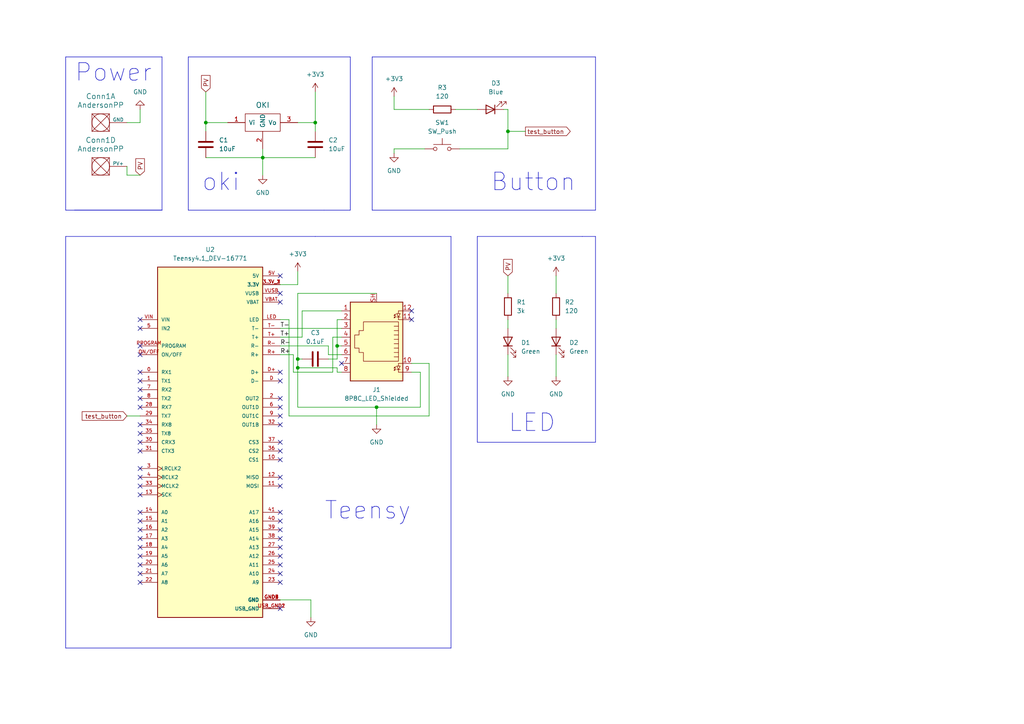
<source format=kicad_sch>
(kicad_sch (version 20230121) (generator eeschema)
  (paper "A4")
  (lib_symbols
    (symbol "Connector:8P8C_LED_Shielded" (pin_names (offset 1.016))
      (property "Reference" "J" (at -5.08 13.97 0))
      (property "Value" "8P8C_LED_Shielded" (at 1.27 13.97 0))
      (symbol "8P8C_LED_Shielded_0_1"
        (polyline (pts (xy -7.62 -7.62) (xy -6.35 -7.62)))
        (polyline (pts (xy -7.62 -5.08) (xy -6.35 -5.08)))
        (polyline (pts (xy -7.62 7.62) (xy -6.35 7.62)))
        (polyline (pts (xy -7.62 10.16) (xy -6.35 10.16)))
        (polyline (pts (xy -6.858 -5.842) (xy -5.842 -5.842)))
        (polyline (pts (xy -6.858 9.398) (xy -5.842 9.398)))
        (polyline (pts (xy -6.35 -7.62) (xy -6.35 -6.858)))
        (polyline (pts (xy -6.35 -5.08) (xy -6.35 -5.842)))
        (polyline (pts (xy -6.35 7.62) (xy -6.35 8.382)))
        (polyline (pts (xy -6.35 10.16) (xy -6.35 9.398)))
        (polyline (pts (xy -5.08 -6.223) (xy -5.207 -6.604)))
        (polyline (pts (xy -5.08 -5.588) (xy -5.207 -5.969)))
        (polyline (pts (xy -5.08 4.445) (xy -6.35 4.445)))
        (polyline (pts (xy -5.08 5.715) (xy -6.35 5.715)))
        (polyline (pts (xy -5.08 9.017) (xy -5.207 8.636)))
        (polyline (pts (xy -5.08 9.652) (xy -5.207 9.271)))
        (polyline (pts (xy -6.35 -3.175) (xy -5.08 -3.175) (xy -5.08 -3.175)))
        (polyline (pts (xy -6.35 -1.905) (xy -5.08 -1.905) (xy -5.08 -1.905)))
        (polyline (pts (xy -6.35 -0.635) (xy -5.08 -0.635) (xy -5.08 -0.635)))
        (polyline (pts (xy -6.35 0.635) (xy -5.08 0.635) (xy -5.08 0.635)))
        (polyline (pts (xy -6.35 1.905) (xy -5.08 1.905) (xy -5.08 1.905)))
        (polyline (pts (xy -5.588 -6.731) (xy -5.08 -6.223) (xy -5.461 -6.35)))
        (polyline (pts (xy -5.588 -6.096) (xy -5.08 -5.588) (xy -5.461 -5.715)))
        (polyline (pts (xy -5.588 8.509) (xy -5.08 9.017) (xy -5.461 8.89)))
        (polyline (pts (xy -5.588 9.144) (xy -5.08 9.652) (xy -5.461 9.525)))
        (polyline (pts (xy -5.08 3.175) (xy -6.35 3.175) (xy -6.35 3.175)))
        (polyline (pts (xy -6.35 -5.842) (xy -6.858 -6.858) (xy -5.842 -6.858) (xy -6.35 -5.842)))
        (polyline (pts (xy -6.35 9.398) (xy -6.858 8.382) (xy -5.842 8.382) (xy -6.35 9.398)))
        (polyline (pts (xy -6.35 -4.445) (xy -6.35 6.985) (xy 3.81 6.985) (xy 3.81 4.445) (xy 5.08 4.445) (xy 5.08 3.175) (xy 6.35 3.175) (xy 6.35 -0.635) (xy 5.08 -0.635) (xy 5.08 -1.905) (xy 3.81 -1.905) (xy 3.81 -4.445) (xy -6.35 -4.445) (xy -6.35 -4.445)))
        (rectangle (start 7.62 12.7) (end -7.62 -10.16) (stroke (width 0.254)) (fill (type background)))
      )
      (symbol "8P8C_LED_Shielded_1_1"
        (pin passive line (at 10.16 -7.62 180) (length 2.54) (name "~") (number "1"))
        (pin passive line (at -10.16 7.62 0) (length 2.54) (name "~") (number "10"))
        (pin passive line (at -10.16 -5.08 0) (length 2.54) (name "~") (number "11"))
        (pin passive line (at -10.16 -7.62 0) (length 2.54) (name "~") (number "12"))
        (pin passive line (at 10.16 -5.08 180) (length 2.54) (name "~") (number "2"))
        (pin passive line (at 10.16 -2.54 180) (length 2.54) (name "~") (number "3"))
        (pin passive line (at 10.16 0 180) (length 2.54) (name "~") (number "4"))
        (pin passive line (at 10.16 2.54 180) (length 2.54) (name "~") (number "5"))
        (pin passive line (at 10.16 5.08 180) (length 2.54) (name "~") (number "6"))
        (pin passive line (at 10.16 7.62 180) (length 2.54) (name "~") (number "7"))
        (pin passive line (at 10.16 10.16 180) (length 2.54) (name "~") (number "8"))
        (pin passive line (at -10.16 10.16 0) (length 2.54) (name "~") (number "9"))
        (pin passive line (at 0 -12.7 90) (length 2.54) (name "~") (number "SH"))
      )
    )
    (symbol "Device:C" (pin_numbers hide) (pin_names (offset 0.254))
      (property "Reference" "C" (at 0.635 2.54 0))
      (property "Value" "C" (at 0.635 -2.54 0))
      (symbol "C_0_1"
        (polyline (pts (xy -2.032 -0.762) (xy 2.032 -0.762)) (stroke (width 0.508)))
        (polyline (pts (xy -2.032 0.762) (xy 2.032 0.762)) (stroke (width 0.508)))
      )
      (symbol "C_1_1"
        (pin passive line (at 0 3.81 270) (length 2.794) (name "~") (number "1"))
        (pin passive line (at 0 -3.81 90) (length 2.794) (name "~") (number "2"))
      )
    )
    (symbol "Device:LED" (pin_numbers hide) (pin_names (offset 1.016) hide)
      (property "Reference" "D" (at 0 2.54 0))
      (property "Value" "LED" (at 0 -2.54 0))
      (symbol "LED_0_1"
        (polyline (pts (xy -1.27 -1.27) (xy -1.27 1.27)) (stroke (width 0.254)))
        (polyline (pts (xy -1.27 0) (xy 1.27 0)))
        (polyline (pts (xy 1.27 -1.27) (xy 1.27 1.27) (xy -1.27 0) (xy 1.27 -1.27)) (stroke (width 0.254)))
        (polyline (pts (xy -3.048 -0.762) (xy -4.572 -2.286) (xy -3.81 -2.286) (xy -4.572 -2.286) (xy -4.572 -1.524)))
        (polyline (pts (xy -1.778 -0.762) (xy -3.302 -2.286) (xy -2.54 -2.286) (xy -3.302 -2.286) (xy -3.302 -1.524)))
      )
      (symbol "LED_1_1"
        (pin passive line (at -3.81 0 0) (length 2.54) (name "K") (number "1"))
        (pin passive line (at 3.81 0 180) (length 2.54) (name "A") (number "2"))
      )
    )
    (symbol "Device:R" (pin_numbers hide) (pin_names (offset 0))
      (property "Reference" "R" (at 2.032 0 90))
      (property "Value" "R" (at 0 0 90))
      (symbol "R_0_1"
        (rectangle (start -1.016 -2.54) (end 1.016 2.54) (stroke (width 0.254)))
      )
      (symbol "R_1_1"
        (pin passive line (at 0 3.81 270) (length 1.27) (name "~") (number "1"))
        (pin passive line (at 0 -3.81 90) (length 1.27) (name "~") (number "2"))
      )
    )
    (symbol "MRDT_Connectors:AndersonPP" (pin_numbers hide) (pin_names (offset 0))
      (property "Reference" "Conn" (at 3.81 -1.27 0))
      (property "Value" "AndersonPP" (at 2.54 6.35 0))
      (symbol "AndersonPP_0_1"
        (polyline (pts (xy 0 5.08) (xy 5.08 0)))
        (polyline (pts (xy 5.08 5.08) (xy 0 0)))
        (rectangle (start 0 0) (end 5.08 5.08))
        (circle (center 2.54 2.54) (radius 2.54))
      )
      (symbol "AndersonPP_1_1"
        (pin input line (at 10.16 2.54 180) (length 5.08) (name "GND") (number "1"))
      )
      (symbol "AndersonPP_2_1"
        (pin input line (at 10.16 2.54 180) (length 5.08) (name "V+Log") (number "2"))
      )
      (symbol "AndersonPP_3_1"
        (pin input line (at 10.16 2.54 180) (length 5.08) (name "V+Act") (number "3"))
      )
      (symbol "AndersonPP_4_1"
        (pin input line (at 10.16 2.54 180) (length 5.08) (name "PV+") (number "4"))
      )
      (symbol "AndersonPP_5_1"
        (pin input line (at 10.16 2.54 180) (length 5.08) (name "~") (number "1"))
      )
    )
    (symbol "MRDT_Devices:OKI" (pin_names (offset 1.016))
      (property "Value" "OKI" (at 5.08 6.35 0))
      (symbol "OKI_0_1"
        (rectangle (start 0 0) (end 10.16 5.08))
      )
      (symbol "OKI_1_1"
        (pin input line (at -5.08 2.54 0) (length 5.08) (name "Vi") (number "1"))
        (pin output line (at 5.08 -5.08 90) (length 5.08) (name "GND") (number "2"))
        (pin output line (at 15.24 2.54 180) (length 5.08) (name "Vo") (number "3"))
      )
    )
    (symbol "MRDT_Shields:Teensy4.1_DEV-16771" (pin_names (offset 1.016))
      (property "Reference" "U" (at -15.24 52.07 0))
      (property "Value" "Teensy4.1_DEV-16771" (at -15.24 -53.34 0))
      (symbol "Teensy4.1_DEV-16771_0_0"
        (rectangle (start -15.24 -50.8) (end 15.24 50.8) (stroke (width 0.254)) (fill (type background)))
        (pin bidirectional line (at -20.32 20.32 0) (length 5.08) (name "RX1") (number "0"))
        (pin bidirectional line (at -20.32 17.78 0) (length 5.08) (name "TX1") (number "1"))
        (pin bidirectional line (at 20.32 -5.08 180) (length 5.08) (name "CS1") (number "10"))
        (pin bidirectional line (at 20.32 -12.7 180) (length 5.08) (name "MOSI") (number "11"))
        (pin bidirectional line (at 20.32 -10.16 180) (length 5.08) (name "MISO") (number "12"))
        (pin bidirectional clock (at -20.32 -15.24 0) (length 5.08) (name "SCK") (number "13"))
        (pin bidirectional line (at -20.32 -20.32 0) (length 5.08) (name "A0") (number "14"))
        (pin bidirectional line (at -20.32 -22.86 0) (length 5.08) (name "A1") (number "15"))
        (pin bidirectional line (at -20.32 -25.4 0) (length 5.08) (name "A2") (number "16"))
        (pin bidirectional line (at -20.32 -27.94 0) (length 5.08) (name "A3") (number "17"))
        (pin bidirectional line (at -20.32 -30.48 0) (length 5.08) (name "A4") (number "18"))
        (pin bidirectional line (at -20.32 -33.02 0) (length 5.08) (name "A5") (number "19"))
        (pin output line (at 20.32 12.7 180) (length 5.08) (name "OUT2") (number "2"))
        (pin bidirectional line (at -20.32 -35.56 0) (length 5.08) (name "A6") (number "20"))
        (pin bidirectional line (at -20.32 -38.1 0) (length 5.08) (name "A7") (number "21"))
        (pin bidirectional line (at -20.32 -40.64 0) (length 5.08) (name "A8") (number "22"))
        (pin bidirectional line (at 20.32 -40.64 180) (length 5.08) (name "A9") (number "23"))
        (pin bidirectional line (at 20.32 -38.1 180) (length 5.08) (name "A10") (number "24"))
        (pin bidirectional line (at 20.32 -35.56 180) (length 5.08) (name "A11") (number "25"))
        (pin bidirectional line (at 20.32 -33.02 180) (length 5.08) (name "A12") (number "26"))
        (pin bidirectional line (at 20.32 -30.48 180) (length 5.08) (name "A13") (number "27"))
        (pin bidirectional line (at -20.32 10.16 0) (length 5.08) (name "RX7") (number "28"))
        (pin bidirectional line (at -20.32 7.62 0) (length 5.08) (name "TX7") (number "29"))
        (pin bidirectional clock (at -20.32 -7.62 0) (length 5.08) (name "LRCLK2") (number "3"))
        (pin power_in line (at 20.32 45.72 180) (length 5.08) (name "3.3V") (number "3.3V_1"))
        (pin power_in line (at 20.32 45.72 180) (length 5.08) (name "3.3V") (number "3.3V_2"))
        (pin power_in line (at 20.32 45.72 180) (length 5.08) (name "3.3V") (number "3.3V_3"))
        (pin bidirectional line (at -20.32 0 0) (length 5.08) (name "CRX3") (number "30"))
        (pin bidirectional line (at -20.32 -2.54 0) (length 5.08) (name "CTX3") (number "31"))
        (pin output line (at 20.32 5.08 180) (length 5.08) (name "OUT1B") (number "32"))
        (pin bidirectional clock (at -20.32 -12.7 0) (length 5.08) (name "MCLK2") (number "33"))
        (pin bidirectional line (at -20.32 5.08 0) (length 5.08) (name "RX8") (number "34"))
        (pin bidirectional line (at -20.32 2.54 0) (length 5.08) (name "TX8") (number "35"))
        (pin bidirectional line (at 20.32 -2.54 180) (length 5.08) (name "CS2") (number "36"))
        (pin bidirectional line (at 20.32 0 180) (length 5.08) (name "CS3") (number "37"))
        (pin bidirectional line (at 20.32 -27.94 180) (length 5.08) (name "A14") (number "38"))
        (pin bidirectional line (at 20.32 -25.4 180) (length 5.08) (name "A15") (number "39"))
        (pin bidirectional clock (at -20.32 -10.16 0) (length 5.08) (name "BCLK2") (number "4"))
        (pin bidirectional line (at 20.32 -22.86 180) (length 5.08) (name "A16") (number "40"))
        (pin bidirectional line (at 20.32 -20.32 180) (length 5.08) (name "A17") (number "41"))
        (pin bidirectional line (at -20.32 33.02 0) (length 5.08) (name "IN2") (number "5"))
        (pin power_in line (at 20.32 48.26 180) (length 5.08) (name "5V") (number "5V"))
        (pin output line (at 20.32 10.16 180) (length 5.08) (name "OUT1D") (number "6"))
        (pin bidirectional line (at -20.32 15.24 0) (length 5.08) (name "RX2") (number "7"))
        (pin bidirectional line (at -20.32 12.7 0) (length 5.08) (name "TX2") (number "8"))
        (pin output line (at 20.32 7.62 180) (length 5.08) (name "OUT1C") (number "9"))
        (pin bidirectional line (at 20.32 17.78 180) (length 5.08) (name "D-") (number "D"))
        (pin bidirectional line (at 20.32 20.32 180) (length 5.08) (name "D+") (number "D+"))
        (pin power_in line (at 20.32 -45.72 180) (length 5.08) (name "GND") (number "GND1"))
        (pin power_in line (at 20.32 -45.72 180) (length 5.08) (name "GND") (number "GND2"))
        (pin power_in line (at 20.32 -45.72 180) (length 5.08) (name "GND") (number "GND3"))
        (pin power_in line (at 20.32 -45.72 180) (length 5.08) (name "GND") (number "GND4"))
        (pin power_in line (at 20.32 -45.72 180) (length 5.08) (name "GND") (number "GND5"))
        (pin bidirectional line (at 20.32 35.56 180) (length 5.08) (name "LED") (number "LED"))
        (pin bidirectional line (at -20.32 25.4 0) (length 5.08) (name "ON/OFF") (number "ON/OFF"))
        (pin bidirectional line (at -20.32 27.94 0) (length 5.08) (name "PROGRAM") (number "PROGRAM"))
        (pin bidirectional line (at 20.32 25.4 180) (length 5.08) (name "R+") (number "R+"))
        (pin bidirectional line (at 20.32 27.94 180) (length 5.08) (name "R-") (number "R-"))
        (pin bidirectional line (at 20.32 30.48 180) (length 5.08) (name "T+") (number "T+"))
        (pin bidirectional line (at 20.32 33.02 180) (length 5.08) (name "T-") (number "T-"))
        (pin power_in line (at 20.32 -48.26 180) (length 5.08) (name "USB_GND") (number "USB_GND1"))
        (pin power_in line (at 20.32 -48.26 180) (length 5.08) (name "USB_GND") (number "USB_GND2"))
        (pin passive line (at 20.32 40.64 180) (length 5.08) (name "VBAT") (number "VBAT"))
        (pin input line (at -20.32 35.56 0) (length 5.08) (name "VIN") (number "VIN"))
        (pin passive line (at 20.32 43.18 180) (length 5.08) (name "VUSB") (number "VUSB"))
      )
    )
    (symbol "Switch:SW_Push" (pin_numbers hide) (pin_names (offset 1.016) hide)
      (property "Reference" "SW" (at 1.27 2.54 0))
      (property "Value" "SW_Push" (at 0 -1.524 0))
      (symbol "SW_Push_0_1"
        (circle (center -2.032 0) (radius 0.508))
        (polyline (pts (xy 0 1.27) (xy 0 3.048)))
        (polyline (pts (xy 2.54 1.27) (xy -2.54 1.27)))
        (circle (center 2.032 0) (radius 0.508))
        (pin passive line (at -5.08 0 0) (length 2.54) (name "1") (number "1"))
        (pin passive line (at 5.08 0 180) (length 2.54) (name "2") (number "2"))
      )
    )
    (symbol "power:+3V3" (power) (pin_names (offset 0))
      (property "Value" "+3V3" (at 0 3.556 0))
      (symbol "+3V3_0_1"
        (polyline (pts (xy -0.762 1.27) (xy 0 2.54)))
        (polyline (pts (xy 0 0) (xy 0 2.54)))
        (polyline (pts (xy 0 2.54) (xy 0.762 1.27)))
      )
      (symbol "+3V3_1_1"
        (pin power_in line (at 0 0 90) (length 0) hide (name "+3V3") (number "1"))
      )
    )
    (symbol "power:GND" (power) (pin_names (offset 0))
      (property "Value" "GND" (at 0 -3.81 0))
      (symbol "GND_0_1"
        (polyline (pts (xy 0 0) (xy 0 -1.27) (xy 1.27 -1.27) (xy 0 -2.54) (xy -1.27 -1.27) (xy 0 -1.27)))
      )
      (symbol "GND_1_1"
        (pin power_in line (at 0 0 270) (length 0) hide (name "GND") (number "1"))
      )
    )
  )
  (junction (at 76.2 45.72))
  (junction (at 91.44 35.56))
  (junction (at 59.69 35.56))
  (junction (at 86.36 106.68))
  (junction (at 147.32 38.1))
  (junction (at 97.79 100.33))
  (junction (at 86.36 104.14))
  (junction (at 109.22 118.11))
  (no_connect (at 40.64 113.03))
  (no_connect (at 40.64 156.21))
  (no_connect (at 81.28 138.43))
  (no_connect (at 40.64 123.19))
  (no_connect (at 81.28 168.91))
  (no_connect (at 40.64 92.71))
  (no_connect (at 81.28 166.37))
  (no_connect (at 40.64 148.59))
  (no_connect (at 40.64 135.89))
  (no_connect (at 40.64 151.13))
  (no_connect (at 81.28 153.67))
  (no_connect (at 99.06 105.41))
  (no_connect (at 40.64 138.43))
  (no_connect (at 81.28 163.83))
  (no_connect (at 40.64 143.51))
  (no_connect (at 81.28 151.13))
  (no_connect (at 40.64 115.57))
  (no_connect (at 81.28 110.49))
  (no_connect (at 40.64 110.49))
  (no_connect (at 40.64 107.95))
  (no_connect (at 81.28 176.53))
  (no_connect (at 40.64 128.27))
  (no_connect (at 40.64 161.29))
  (no_connect (at 119.38 92.71))
  (no_connect (at 81.28 140.97))
  (no_connect (at 81.28 123.19))
  (no_connect (at 40.64 140.97))
  (no_connect (at 81.28 133.35))
  (no_connect (at 81.28 156.21))
  (no_connect (at 81.28 80.01))
  (no_connect (at 119.38 90.17))
  (no_connect (at 40.64 130.81))
  (no_connect (at 81.28 128.27))
  (no_connect (at 40.64 166.37))
  (no_connect (at 40.64 102.87))
  (no_connect (at 81.28 87.63))
  (no_connect (at 40.64 163.83))
  (no_connect (at 40.64 153.67))
  (no_connect (at 40.64 125.73))
  (no_connect (at 40.64 95.25))
  (no_connect (at 81.28 120.65))
  (no_connect (at 81.28 161.29))
  (no_connect (at 81.28 115.57))
  (no_connect (at 81.28 107.95))
  (no_connect (at 40.64 158.75))
  (no_connect (at 81.28 158.75))
  (no_connect (at 40.64 100.33))
  (no_connect (at 81.28 130.81))
  (no_connect (at 40.64 168.91))
  (no_connect (at 81.28 85.09))
  (no_connect (at 40.64 118.11))
  (no_connect (at 81.28 118.11))
  (no_connect (at 81.28 148.59))
  (wire (pts (xy 87.63 90.17) (xy 99.06 90.17)))
  (wire (pts (xy 109.22 118.11) (xy 121.92 118.11)))
  (wire (pts (xy 81.28 97.79) (xy 87.63 97.79)))
  (wire (pts (xy 87.63 97.79) (xy 87.63 90.17)))
  (wire (pts (xy 86.36 106.68) (xy 86.36 118.11)))
  (wire (pts (xy 124.46 120.65) (xy 124.46 105.41)))
  (wire (pts (xy 85.09 107.95) (xy 96.52 107.95)))
  (wire (pts (xy 147.32 38.1) (xy 147.32 43.18)))
  (wire (pts (xy 86.36 104.14) (xy 86.36 106.68)))
  (wire (pts (xy 96.52 107.95) (xy 96.52 97.79)))
  (wire (pts (xy 59.69 26.67) (xy 59.69 35.56)))
  (polyline (pts (xy 19.05 187.96) (xy 130.81 187.96)))
  (wire (pts (xy 81.28 82.55) (xy 86.36 82.55)))
  (wire (pts (xy 147.32 38.1) (xy 152.4 38.1)))
  (polyline (pts (xy 168.91 68.58) (xy 138.43 68.58)))
  (polyline (pts (xy 54.61 60.96) (xy 54.61 16.51)))
  (wire (pts (xy 90.17 173.99) (xy 90.17 179.07)))
  (wire (pts (xy 87.63 104.14) (xy 86.36 104.14)))
  (polyline (pts (xy 46.99 60.96) (xy 46.99 16.51)))
  (wire (pts (xy 114.3 31.75) (xy 124.46 31.75)))
  (wire (pts (xy 83.82 120.65) (xy 124.46 120.65)))
  (polyline (pts (xy 107.95 16.51) (xy 107.95 60.96)))
  (polyline (pts (xy 130.81 187.96) (xy 130.81 68.58)))
  (wire (pts (xy 59.69 35.56) (xy 59.69 38.1)))
  (polyline (pts (xy 107.95 60.96) (xy 172.72 60.96)))
  (polyline (pts (xy 172.72 128.27) (xy 172.72 68.58)))
  (polyline (pts (xy 46.99 16.51) (xy 19.05 16.51)))
  (wire (pts (xy 81.28 100.33) (xy 95.25 100.33)))
  (wire (pts (xy 81.28 95.25) (xy 99.06 95.25)))
  (wire (pts (xy 81.28 102.87) (xy 85.09 102.87)))
  (wire (pts (xy 123.19 43.18) (xy 114.3 43.18)))
  (wire (pts (xy 59.69 45.72) (xy 76.2 45.72)))
  (wire (pts (xy 109.22 85.09) (xy 86.36 85.09)))
  (polyline (pts (xy 19.05 68.58) (xy 19.05 187.96)))
  (wire (pts (xy 96.52 97.79) (xy 99.06 97.79)))
  (wire (pts (xy 132.08 31.75) (xy 138.43 31.75)))
  (wire (pts (xy 76.2 45.72) (xy 76.2 50.8)))
  (wire (pts (xy 97.79 107.95) (xy 99.06 107.95)))
  (wire (pts (xy 114.3 43.18) (xy 114.3 44.45)))
  (wire (pts (xy 40.64 31.75) (xy 40.64 35.56)))
  (wire (pts (xy 97.79 106.68) (xy 97.79 107.95)))
  (polyline (pts (xy 172.72 60.96) (xy 172.72 16.51)))
  (wire (pts (xy 161.29 102.87) (xy 161.29 109.22)))
  (polyline (pts (xy 19.05 60.96) (xy 46.99 60.96)))
  (wire (pts (xy 86.36 35.56) (xy 91.44 35.56)))
  (wire (pts (xy 85.09 102.87) (xy 85.09 107.95)))
  (wire (pts (xy 86.36 85.09) (xy 86.36 104.14)))
  (wire (pts (xy 147.32 31.75) (xy 147.32 38.1)))
  (wire (pts (xy 121.92 107.95) (xy 121.92 118.11)))
  (wire (pts (xy 95.25 100.33) (xy 95.25 102.87)))
  (wire (pts (xy 86.36 118.11) (xy 109.22 118.11)))
  (wire (pts (xy 121.92 107.95) (xy 119.38 107.95)))
  (wire (pts (xy 76.2 43.18) (xy 76.2 45.72)))
  (wire (pts (xy 97.79 100.33) (xy 99.06 100.33)))
  (wire (pts (xy 40.64 50.8) (xy 36.83 50.8)))
  (polyline (pts (xy 91.44 68.58) (xy 130.81 68.58)))
  (polyline (pts (xy 101.6 16.51) (xy 101.6 60.96)))
  (wire (pts (xy 40.64 35.56) (xy 36.83 35.56)))
  (wire (pts (xy 86.36 82.55) (xy 86.36 78.74)))
  (wire (pts (xy 147.32 80.01) (xy 147.32 85.09)))
  (wire (pts (xy 95.25 104.14) (xy 97.79 104.14)))
  (wire (pts (xy 59.69 35.56) (xy 66.04 35.56)))
  (wire (pts (xy 91.44 35.56) (xy 91.44 38.1)))
  (wire (pts (xy 161.29 92.71) (xy 161.29 95.25)))
  (polyline (pts (xy 93.98 60.96) (xy 54.61 60.96)))
  (polyline (pts (xy 138.43 128.27) (xy 172.72 128.27)))
  (wire (pts (xy 95.25 102.87) (xy 99.06 102.87)))
  (polyline (pts (xy 107.95 16.51) (xy 172.72 16.51)))
  (wire (pts (xy 147.32 92.71) (xy 147.32 95.25)))
  (polyline (pts (xy 21.59 60.96) (xy 46.99 60.96)))
  (polyline (pts (xy 168.91 68.58) (xy 172.72 68.58)))
  (wire (pts (xy 36.83 120.65) (xy 40.64 120.65)))
  (polyline (pts (xy 138.43 68.58) (xy 138.43 128.27)))
  (wire (pts (xy 114.3 27.94) (xy 114.3 31.75)))
  (wire (pts (xy 97.79 104.14) (xy 97.79 100.33)))
  (wire (pts (xy 147.32 102.87) (xy 147.32 109.22)))
  (wire (pts (xy 76.2 45.72) (xy 91.44 45.72)))
  (polyline (pts (xy 54.61 16.51) (xy 101.6 16.51)))
  (wire (pts (xy 81.28 173.99) (xy 90.17 173.99)))
  (wire (pts (xy 133.35 43.18) (xy 147.32 43.18)))
  (wire (pts (xy 86.36 106.68) (xy 97.79 106.68)))
  (wire (pts (xy 83.82 92.71) (xy 83.82 120.65)))
  (wire (pts (xy 161.29 80.01) (xy 161.29 85.09)))
  (polyline (pts (xy 93.98 60.96) (xy 101.6 60.96)))
  (polyline (pts (xy 91.44 68.58) (xy 19.05 68.58)))
  (wire (pts (xy 146.05 31.75) (xy 147.32 31.75)))
  (wire (pts (xy 81.28 92.71) (xy 83.82 92.71)))
  (polyline (pts (xy 19.05 16.51) (xy 19.05 60.96)))
  (wire (pts (xy 97.79 92.71) (xy 99.06 92.71)))
  (wire (pts (xy 109.22 118.11) (xy 109.22 123.19)))
  (wire (pts (xy 36.83 50.8) (xy 36.83 48.26)))
  (wire (pts (xy 124.46 105.41) (xy 119.38 105.41)))
  (wire (pts (xy 97.79 100.33) (xy 97.79 92.71)))
  (wire (pts (xy 91.44 26.67) (xy 91.44 35.56)))
  (text "oki" (at 58.42 55.88 0) (effects (font (size 5.08 5.08)) (justify left bottom)))
  (text "Button" (at 142.24 55.88 0) (effects (font (size 5.08 5.08)) (justify left bottom)))
  (text "Power" (at 21.59 24.13 0) (effects (font (size 5.08 5.08)) (justify left bottom)))
  (text "Teensy" (at 93.98 151.13 0) (effects (font (size 5.08 5.08)) (justify left bottom)))
  (text "LED" (at 147.32 125.73 0) (effects (font (size 5.08 5.08)) (justify left bottom)))
  (label "R-" (at 81.28 100.33 0))
  (label "T-" (at 81.28 95.25 0))
  (label "T+" (at 81.28 97.79 0))
  (label "R+" (at 81.28 102.87 0))
  (global_label "test_button" (shape input) (at 36.83 120.65 180) (property "Intersheetrefs" "${INTERSHEET_REFS}" (effects hide)))
  (global_label "test_button" (shape output) (at 152.4 38.1 0) (property "Intersheetrefs" "${INTERSHEET_REFS}" (effects hide)))
  (global_label "PV" (shape input) (at 59.69 26.67 90) (property "Intersheetrefs" "${INTERSHEET_REFS}" (effects hide)))
  (global_label "PV" (shape input) (at 147.32 80.01 90) (property "Intersheetrefs" "${INTERSHEET_REFS}" (effects hide)))
  (global_label "PV" (shape input) (at 40.64 50.8 90) (property "Intersheetrefs" "${INTERSHEET_REFS}" (effects hide)))
  (symbol (lib_id "Device:LED") (at 147.32 99.06 90) (unit 1)
    (property "Reference" "D1" (at 151.13 99.3775 90) (effects (justify right)))
    (property "Value" "Green" (at 151.13 101.9175 90) (effects (justify right)))
    (property "Footprint" "LED_SMD:LED_0603_1608Metric_Pad1.05x0.95mm_HandSolder" (effects hide))
  )
  (symbol (lib_id "Device:C") (at 91.44 104.14 90) (unit 1)
    (property "Reference" "C3" (at 91.44 96.52 90))
    (property "Value" "0.1uF" (at 91.44 99.06 90))
    (property "Footprint" "Capacitor_SMD:C_0603_1608Metric_Pad1.08x0.95mm_HandSolder" (effects hide))
  )
  (symbol (lib_id "Device:R") (at 147.32 88.9 0) (unit 1)
    (property "Reference" "R1" (at 149.86 87.63 0) (effects (justify left)))
    (property "Value" "3k" (at 149.86 90.17 0) (effects (justify left)))
    (property "Footprint" "Resistor_SMD:R_0603_1608Metric_Pad0.98x0.95mm_HandSolder" (effects hide))
  )
  (symbol (lib_id "Device:LED") (at 161.29 99.06 90) (unit 1)
    (property "Reference" "D2" (at 165.1 99.3775 90) (effects (justify right)))
    (property "Value" "Green" (at 165.1 101.9175 90) (effects (justify right)))
    (property "Footprint" "LED_SMD:LED_0603_1608Metric_Pad1.05x0.95mm_HandSolder" (effects hide))
  )
  (symbol (lib_id "power:GND") (at 147.32 109.22 0) (unit 1)
    (property "Reference" "#PWR04" (effects hide))
    (property "Value" "GND" (at 147.32 114.3 0))
  )
  (symbol (lib_id "power:+3V3") (at 161.29 80.01 0) (unit 1)
    (property "Reference" "#PWR06" (effects hide))
    (property "Value" "+3V3" (at 161.29 74.93 0))
  )
  (symbol (lib_id "MRDT_Connectors:AndersonPP") (at 26.67 38.1 0) (unit 1)
    (property "Reference" "Conn1" (at 29.21 27.94 0) (effects (font (size 1.524 1.524))))
    (property "Value" "AndersonPP" (at 29.21 30.48 0) (effects (font (size 1.524 1.524))))
    (property "Footprint" "MRDT_Connectors:Square_Anderson_2_H_Side_By_Side_PV" (effects hide))
  )
  (symbol (lib_id "MRDT_Shields:Teensy4.1_DEV-16771") (at 60.96 128.27 0) (unit 1)
    (property "Reference" "U2" (at 60.96 72.39 0))
    (property "Value" "Teensy4.1_DEV-16771" (at 60.96 74.93 0))
    (property "Footprint" "MRDT_Shields:Teensy_4_1_Ethernet" (effects hide))
    (property "STANDARD" "Manufacturer recommendations" (effects hide))
    (property "MAXIMUM_PACKAGE_HEIGHT" "4.07mm" (effects hide))
    (property "MANUFACTURER" "SparkFun Electronics" (effects hide))
    (property "PARTREV" "4.1" (effects hide))
  )
  (symbol (lib_id "Device:R") (at 161.29 88.9 0) (unit 1)
    (property "Reference" "R2" (at 163.83 87.63 0) (effects (justify left)))
    (property "Value" "120" (at 163.83 90.17 0) (effects (justify left)))
    (property "Footprint" "Resistor_SMD:R_0603_1608Metric_Pad0.98x0.95mm_HandSolder" (effects hide))
  )
  (symbol (lib_id "MRDT_Connectors:AndersonPP") (at 26.67 50.8 0) (unit 4)
    (property "Reference" "Conn1" (at 29.21 40.64 0) (effects (font (size 1.524 1.524))))
    (property "Value" "AndersonPP" (at 29.21 43.18 0) (effects (font (size 1.524 1.524))))
    (property "Footprint" "MRDT_Connectors:Square_Anderson_2_H_Side_By_Side_PV" (effects hide))
  )
  (symbol (lib_id "Device:C") (at 91.44 41.91 0) (unit 1)
    (property "Reference" "C2" (at 95.25 40.64 0) (effects (justify left)))
    (property "Value" "10uF" (at 95.25 43.18 0) (effects (justify left)))
    (property "Footprint" "Capacitor_SMD:C_0603_1608Metric_Pad1.08x0.95mm_HandSolder" (effects hide))
  )
  (symbol (lib_id "power:+3V3") (at 86.36 78.74 0) (unit 1)
    (property "Reference" "#PWR07" (effects hide))
    (property "Value" "+3V3" (at 86.36 73.66 0))
  )
  (symbol (lib_id "power:GND") (at 90.17 179.07 0) (unit 1)
    (property "Reference" "#PWR08" (effects hide))
    (property "Value" "GND" (at 90.17 184.15 0))
  )
  (symbol (lib_id "power:GND") (at 161.29 109.22 0) (unit 1)
    (property "Reference" "#PWR05" (effects hide))
    (property "Value" "GND" (at 161.29 114.3 0))
  )
  (symbol (lib_id "power:+3V3") (at 91.44 26.67 0) (unit 1)
    (property "Reference" "#PWR03" (effects hide))
    (property "Value" "+3V3" (at 91.44 21.59 0))
  )
  (symbol (lib_id "power:GND") (at 114.3 44.45 0) (unit 1)
    (property "Reference" "#PWR011" (effects hide))
    (property "Value" "GND" (at 114.3 49.53 0))
  )
  (symbol (lib_id "MRDT_Devices:OKI") (at 71.12 38.1 0) (unit 1)
    (property "Reference" "U1" (effects hide))
    (property "Value" "OKI" (at 76.2 30.48 0) (effects (font (size 1.524 1.524))))
    (property "Footprint" "MRDT_Devices:OKI_Horizontal" (effects hide))
  )
  (symbol (lib_id "power:GND") (at 40.64 31.75 180) (unit 1)
    (property "Reference" "#PWR01" (effects hide))
    (property "Value" "GND" (at 40.64 26.67 0))
  )
  (symbol (lib_id "Device:C") (at 59.69 41.91 0) (unit 1)
    (property "Reference" "C1" (at 63.5 40.64 0) (effects (justify left)))
    (property "Value" "10uF" (at 63.5 43.18 0) (effects (justify left)))
    (property "Footprint" "Capacitor_SMD:C_0603_1608Metric_Pad1.08x0.95mm_HandSolder" (effects hide))
  )
  (symbol (lib_id "power:GND") (at 76.2 50.8 0) (unit 1)
    (property "Reference" "#PWR02" (effects hide))
    (property "Value" "GND" (at 76.2 55.88 0))
  )
  (symbol (lib_id "Connector:8P8C_LED_Shielded") (at 109.22 97.79 180) (unit 1)
    (property "Reference" "J1" (at 109.22 113.03 0))
    (property "Value" "8P8C_LED_Shielded" (at 109.22 115.57 0))
    (property "Footprint" "MRDT_Connectors:RJ45_Teensy" (effects hide))
  )
  (symbol (lib_id "power:+3V3") (at 114.3 27.94 0) (unit 1)
    (property "Reference" "#PWR010" (effects hide))
    (property "Value" "+3V3" (at 114.3 22.86 0))
  )
  (symbol (lib_id "power:GND") (at 109.22 123.19 0) (unit 1)
    (property "Reference" "#PWR09" (effects hide))
    (property "Value" "GND" (at 109.22 128.27 0))
  )
  (symbol (lib_id "Switch:SW_Push") (at 128.27 43.18 0) (unit 1)
    (property "Reference" "SW1" (at 128.27 35.56 0))
    (property "Value" "SW_Push" (at 128.27 38.1 0))
    (property "Footprint" "Button_Switch_SMD:SW_SPST_TL3305A" (effects hide))
  )
  (symbol (lib_id "Device:LED") (at 142.24 31.75 180) (unit 1)
    (property "Reference" "D3" (at 143.8275 24.13 0))
    (property "Value" "Blue" (at 143.8275 26.67 0))
    (property "Footprint" "LED_SMD:LED_0603_1608Metric_Pad1.05x0.95mm_HandSolder" (effects hide))
  )
  (symbol (lib_id "Device:R") (at 128.27 31.75 90) (unit 1)
    (property "Reference" "R3" (at 128.27 25.4 90))
    (property "Value" "120" (at 128.27 27.94 90))
    (property "Footprint" "Resistor_SMD:R_0603_1608Metric_Pad0.98x0.95mm_HandSolder" (effects hide))
  )
)
</source>
